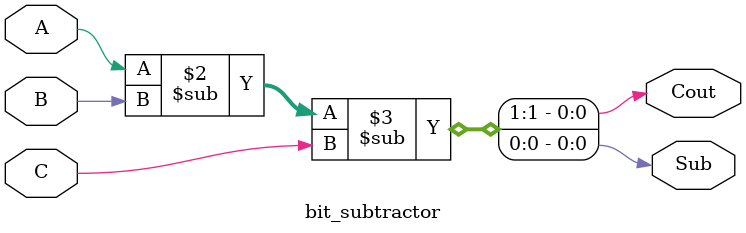
<source format=v>
`timescale 1ns / 1ps
module bit_subtractor(A,B,C,Sub,Cout);
input A,B,C;
output reg Sub,Cout;
always @(A or B or C)
{Cout, Sub} = A - B - C;
endmodule

</source>
